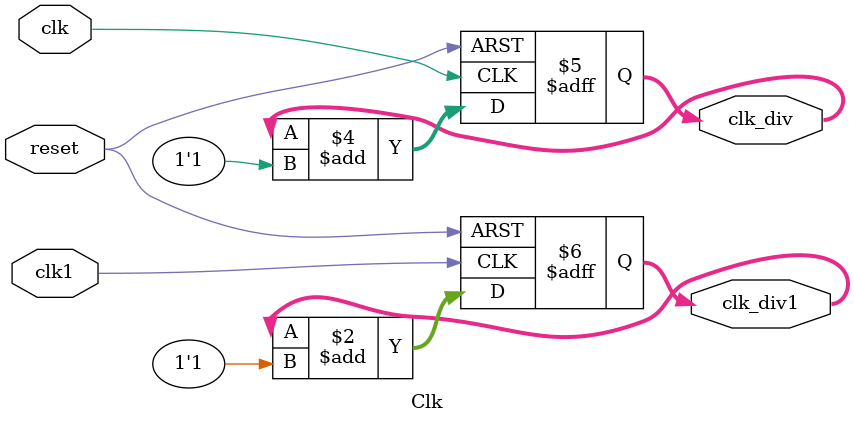
<source format=v>
module Clk(
input wire clk1,
input wire clk,
input wire reset,
output reg [31:0]clk_div1,
output reg [31:0]clk_div
);
always @ (posedge clk1 or posedge reset) 
begin
	if (reset) 
		begin
		clk_div1 <= 0;
		end 
	else 
		begin
		clk_div1 <= clk_div1 + 1'b1;
		end
end
always @ (posedge clk or posedge reset) 
begin
	if (reset) 
		begin
		clk_div <= 0;
		end 
	else 
		begin
		clk_div <= clk_div + 1'b1;
		end
end

endmodule

</source>
